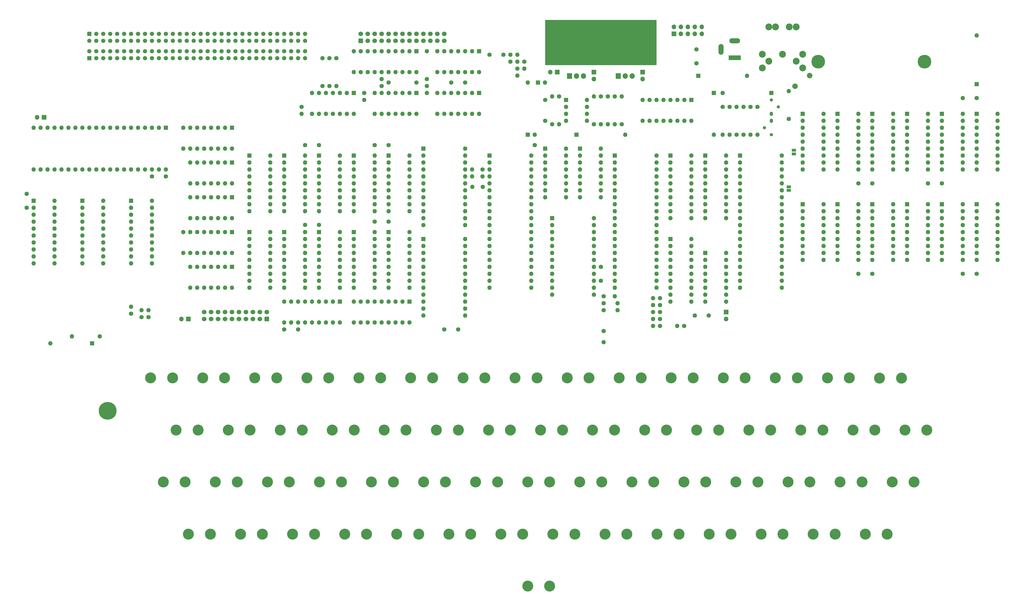
<source format=gbr>
%TF.GenerationSoftware,KiCad,Pcbnew,8.0.4*%
%TF.CreationDate,2024-11-18T10:43:42+00:00*%
%TF.ProjectId,AtomV5Board,41746f6d-5635-4426-9f61-72642e6b6963,rev?*%
%TF.SameCoordinates,Original*%
%TF.FileFunction,Soldermask,Top*%
%TF.FilePolarity,Negative*%
%FSLAX46Y46*%
G04 Gerber Fmt 4.6, Leading zero omitted, Abs format (unit mm)*
G04 Created by KiCad (PCBNEW 8.0.4) date 2024-11-18 10:43:42*
%MOMM*%
%LPD*%
G01*
G04 APERTURE LIST*
G04 Aperture macros list*
%AMRoundRect*
0 Rectangle with rounded corners*
0 $1 Rounding radius*
0 $2 $3 $4 $5 $6 $7 $8 $9 X,Y pos of 4 corners*
0 Add a 4 corners polygon primitive as box body*
4,1,4,$2,$3,$4,$5,$6,$7,$8,$9,$2,$3,0*
0 Add four circle primitives for the rounded corners*
1,1,$1+$1,$2,$3*
1,1,$1+$1,$4,$5*
1,1,$1+$1,$6,$7*
1,1,$1+$1,$8,$9*
0 Add four rect primitives between the rounded corners*
20,1,$1+$1,$2,$3,$4,$5,0*
20,1,$1+$1,$4,$5,$6,$7,0*
20,1,$1+$1,$6,$7,$8,$9,0*
20,1,$1+$1,$8,$9,$2,$3,0*%
G04 Aperture macros list end*
%ADD10R,1.600000X1.600000*%
%ADD11O,1.600000X1.600000*%
%ADD12C,1.600000*%
%ADD13O,3.500000X3.500000*%
%ADD14R,1.905000X2.000000*%
%ADD15O,1.905000X2.000000*%
%ADD16R,1.700000X1.700000*%
%ADD17O,1.700000X1.700000*%
%ADD18RoundRect,0.249999X-0.525001X-0.525001X0.525001X-0.525001X0.525001X0.525001X-0.525001X0.525001X0*%
%ADD19C,1.550000*%
%ADD20R,1.500000X1.000000*%
%ADD21O,1.200000X1.600000*%
%ADD22O,1.200000X1.200000*%
%ADD23C,6.500000*%
%ADD24R,4.400000X1.800000*%
%ADD25O,1.800000X4.000000*%
%ADD26O,4.000000X1.800000*%
%ADD27C,2.000000*%
%ADD28C,5.000000*%
%ADD29RoundRect,0.249999X0.525001X-0.525001X0.525001X0.525001X-0.525001X0.525001X-0.525001X-0.525001X0*%
%ADD30RoundRect,0.250000X0.600000X-0.600000X0.600000X0.600000X-0.600000X0.600000X-0.600000X-0.600000X0*%
%ADD31C,1.700000*%
%ADD32C,2.500000*%
%ADD33C,4.000000*%
G04 APERTURE END LIST*
D10*
%TO.C,IC5*%
X107950000Y-114300000D03*
D11*
X105410000Y-114300000D03*
X102870000Y-114300000D03*
X100330000Y-114300000D03*
X97790000Y-114300000D03*
X95250000Y-114300000D03*
X92710000Y-114300000D03*
X92710000Y-121920000D03*
X95250000Y-121920000D03*
X97790000Y-121920000D03*
X100330000Y-121920000D03*
X102870000Y-121920000D03*
X105410000Y-121920000D03*
X107950000Y-121920000D03*
%TD*%
D10*
%TO.C,C3*%
X379730000Y-47625000D03*
D11*
X379730000Y-29845000D03*
%TD*%
D10*
%TO.C,IC42*%
X379730000Y-58420000D03*
D11*
X379730000Y-60960000D03*
X379730000Y-63500000D03*
X379730000Y-66040000D03*
X379730000Y-68580000D03*
X379730000Y-71120000D03*
X379730000Y-73660000D03*
X379730000Y-76200000D03*
X379730000Y-78740000D03*
X387350000Y-78740000D03*
X387350000Y-76200000D03*
X387350000Y-73660000D03*
X387350000Y-71120000D03*
X387350000Y-68580000D03*
X387350000Y-66040000D03*
X387350000Y-63500000D03*
X387350000Y-60960000D03*
X387350000Y-58420000D03*
%TD*%
D12*
%TO.C,R31*%
X247650000Y-52070000D03*
D11*
X247650000Y-62230000D03*
%TD*%
D10*
%TO.C,IC47*%
X275590000Y-53340000D03*
D11*
X273050000Y-53340000D03*
X270510000Y-53340000D03*
X267970000Y-53340000D03*
X265430000Y-53340000D03*
X262890000Y-53340000D03*
X260350000Y-53340000D03*
X257810000Y-53340000D03*
X257810000Y-60960000D03*
X260350000Y-60960000D03*
X262890000Y-60960000D03*
X265430000Y-60960000D03*
X267970000Y-60960000D03*
X270510000Y-60960000D03*
X273050000Y-60960000D03*
X275590000Y-60960000D03*
%TD*%
D12*
%TO.C,C22*%
X190500000Y-137160000D03*
X185420000Y-137160000D03*
%TD*%
%TO.C,R8*%
X287020000Y-55880000D03*
D11*
X287020000Y-66040000D03*
%TD*%
D12*
%TO.C,R40*%
X71120000Y-131428000D03*
D11*
X71120000Y-128888000D03*
%TD*%
D10*
%TO.C,IC10*%
X114310000Y-73660000D03*
D11*
X114310000Y-76200000D03*
X114310000Y-78740000D03*
X114310000Y-81280000D03*
X114310000Y-83820000D03*
X114310000Y-86360000D03*
X114310000Y-88900000D03*
X114310000Y-91440000D03*
X114310000Y-93980000D03*
X121930000Y-93980000D03*
X121930000Y-91440000D03*
X121930000Y-88900000D03*
X121930000Y-86360000D03*
X121930000Y-83820000D03*
X121930000Y-81280000D03*
X121930000Y-78740000D03*
X121930000Y-76200000D03*
X121930000Y-73660000D03*
%TD*%
D10*
%TO.C,IC37*%
X341630000Y-91440000D03*
D11*
X341630000Y-93980000D03*
X341630000Y-96520000D03*
X341630000Y-99060000D03*
X341630000Y-101600000D03*
X341630000Y-104140000D03*
X341630000Y-106680000D03*
X341630000Y-109220000D03*
X341630000Y-111760000D03*
X349250000Y-111760000D03*
X349250000Y-109220000D03*
X349250000Y-106680000D03*
X349250000Y-104140000D03*
X349250000Y-101600000D03*
X349250000Y-99060000D03*
X349250000Y-96520000D03*
X349250000Y-93980000D03*
X349250000Y-91440000D03*
%TD*%
D10*
%TO.C,IC9*%
X152400000Y-50800000D03*
D11*
X149860000Y-50800000D03*
X147320000Y-50800000D03*
X144780000Y-50800000D03*
X142240000Y-50800000D03*
X139700000Y-50800000D03*
X137160000Y-50800000D03*
X137160000Y-58420000D03*
X139700000Y-58420000D03*
X142240000Y-58420000D03*
X144780000Y-58420000D03*
X147320000Y-58420000D03*
X149860000Y-58420000D03*
X152400000Y-58420000D03*
%TD*%
D12*
%TO.C,R36*%
X224790000Y-62230000D03*
D11*
X224790000Y-52070000D03*
%TD*%
D12*
%TO.C,R3*%
X273033000Y-135890000D03*
D11*
X270493000Y-135890000D03*
%TD*%
D12*
%TO.C,C16*%
X132080000Y-137160000D03*
X127000000Y-137160000D03*
%TD*%
%TO.C,C26*%
X341630000Y-116840000D03*
X336550000Y-116840000D03*
%TD*%
%TO.C,R12*%
X299720000Y-55880000D03*
D11*
X299720000Y-66040000D03*
%TD*%
D12*
%TO.C,R9*%
X292100000Y-66040000D03*
D11*
X292100000Y-55880000D03*
%TD*%
D12*
%TO.C,C23*%
X242570000Y-114300000D03*
X242570000Y-119380000D03*
%TD*%
%TO.C,R17*%
X243650000Y-130175000D03*
D11*
X248730000Y-130175000D03*
%TD*%
D10*
%TO.C,IC22*%
X201930000Y-73660000D03*
D11*
X201930000Y-76200000D03*
X201930000Y-78740000D03*
X201930000Y-81280000D03*
X201930000Y-83820000D03*
X201930000Y-86360000D03*
X201930000Y-88900000D03*
X201930000Y-91440000D03*
X201930000Y-93980000D03*
X201930000Y-96520000D03*
X201930000Y-99060000D03*
X201930000Y-101600000D03*
X201930000Y-104140000D03*
X201930000Y-106680000D03*
X201930000Y-109220000D03*
X201930000Y-111760000D03*
X201930000Y-114300000D03*
X201930000Y-116840000D03*
X201930000Y-119380000D03*
X201930000Y-121920000D03*
X217170000Y-121920000D03*
X217170000Y-119380000D03*
X217170000Y-116840000D03*
X217170000Y-114300000D03*
X217170000Y-111760000D03*
X217170000Y-109220000D03*
X217170000Y-106680000D03*
X217170000Y-104140000D03*
X217170000Y-101600000D03*
X217170000Y-99060000D03*
X217170000Y-96520000D03*
X217170000Y-93980000D03*
X217170000Y-91440000D03*
X217170000Y-88900000D03*
X217170000Y-86360000D03*
X217170000Y-83820000D03*
X217170000Y-81280000D03*
X217170000Y-78740000D03*
X217170000Y-76200000D03*
X217170000Y-73660000D03*
%TD*%
D12*
%TO.C,L1*%
X379730000Y-52705000D03*
D11*
X374650000Y-52705000D03*
%TD*%
D12*
%TO.C,R4*%
X146050000Y-38100000D03*
D11*
X146050000Y-48260000D03*
%TD*%
D10*
%TO.C,IC18*%
X165100000Y-73660000D03*
D11*
X165100000Y-76200000D03*
X165100000Y-78740000D03*
X165100000Y-81280000D03*
X165100000Y-83820000D03*
X165100000Y-86360000D03*
X165100000Y-88900000D03*
X165100000Y-91440000D03*
X165100000Y-93980000D03*
X172720000Y-93980000D03*
X172720000Y-91440000D03*
X172720000Y-88900000D03*
X172720000Y-86360000D03*
X172720000Y-83820000D03*
X172720000Y-81280000D03*
X172720000Y-78740000D03*
X172720000Y-76200000D03*
X172720000Y-73660000D03*
%TD*%
D10*
%TO.C,IC20*%
X177800000Y-71120000D03*
D11*
X177800000Y-73660000D03*
X177800000Y-76200000D03*
X177800000Y-78740000D03*
X177800000Y-81280000D03*
X177800000Y-83820000D03*
X177800000Y-86360000D03*
X177800000Y-88900000D03*
X177800000Y-91440000D03*
X177800000Y-93980000D03*
X177800000Y-96520000D03*
X177800000Y-99060000D03*
X193040000Y-99060000D03*
X193040000Y-96520000D03*
X193040000Y-93980000D03*
X193040000Y-91440000D03*
X193040000Y-88900000D03*
X193040000Y-86360000D03*
X193040000Y-83820000D03*
X193040000Y-81280000D03*
X193040000Y-78740000D03*
X193040000Y-76200000D03*
X193040000Y-73660000D03*
X193040000Y-71120000D03*
%TD*%
D10*
%TO.C,IC31*%
X293370000Y-73660000D03*
D11*
X293370000Y-76200000D03*
X293370000Y-78740000D03*
X293370000Y-81280000D03*
X293370000Y-83820000D03*
X293370000Y-86360000D03*
X293370000Y-88900000D03*
X293370000Y-91440000D03*
X293370000Y-93980000D03*
X293370000Y-96520000D03*
X293370000Y-99060000D03*
X293370000Y-101600000D03*
X293370000Y-104140000D03*
X293370000Y-106680000D03*
X293370000Y-109220000D03*
X293370000Y-111760000D03*
X293370000Y-114300000D03*
X293370000Y-116840000D03*
X293370000Y-119380000D03*
X293370000Y-121920000D03*
X308610000Y-121920000D03*
X308610000Y-119380000D03*
X308610000Y-116840000D03*
X308610000Y-114300000D03*
X308610000Y-111760000D03*
X308610000Y-109220000D03*
X308610000Y-106680000D03*
X308610000Y-104140000D03*
X308610000Y-101600000D03*
X308610000Y-99060000D03*
X308610000Y-96520000D03*
X308610000Y-93980000D03*
X308610000Y-91440000D03*
X308610000Y-88900000D03*
X308610000Y-86360000D03*
X308610000Y-83820000D03*
X308610000Y-81280000D03*
X308610000Y-78740000D03*
X308610000Y-76200000D03*
X308610000Y-73660000D03*
%TD*%
D12*
%TO.C,R26*%
X179070000Y-48260000D03*
D11*
X179070000Y-50800000D03*
%TD*%
D12*
%TO.C,R20*%
X264160000Y-125730000D03*
D11*
X261620000Y-125730000D03*
%TD*%
D10*
%TO.C,IC30*%
X280670000Y-109220000D03*
D11*
X280670000Y-111760000D03*
X280670000Y-114300000D03*
X280670000Y-116840000D03*
X280670000Y-119380000D03*
X280670000Y-121920000D03*
X280670000Y-124460000D03*
X280670000Y-127000000D03*
X288290000Y-127000000D03*
X288290000Y-124460000D03*
X288290000Y-121920000D03*
X288290000Y-119380000D03*
X288290000Y-116840000D03*
X288290000Y-114300000D03*
X288290000Y-111760000D03*
X288290000Y-109220000D03*
%TD*%
D13*
%TO.C,IC53*%
X233680000Y-27940000D03*
D14*
X231140000Y-44600000D03*
D15*
X233680000Y-44600000D03*
X236220000Y-44600000D03*
%TD*%
D16*
%TO.C,LS1*%
X226695000Y-43180000D03*
D17*
X224155000Y-43180000D03*
%TD*%
D10*
%TO.C,IC25*%
X247650000Y-73660000D03*
D11*
X247650000Y-76200000D03*
X247650000Y-78740000D03*
X247650000Y-81280000D03*
X247650000Y-83820000D03*
X247650000Y-86360000D03*
X247650000Y-88900000D03*
X247650000Y-91440000D03*
X247650000Y-93980000D03*
X247650000Y-96520000D03*
X247650000Y-99060000D03*
X247650000Y-101600000D03*
X247650000Y-104140000D03*
X247650000Y-106680000D03*
X247650000Y-109220000D03*
X247650000Y-111760000D03*
X247650000Y-114300000D03*
X247650000Y-116840000D03*
X247650000Y-119380000D03*
X247650000Y-121920000D03*
X262890000Y-121920000D03*
X262890000Y-119380000D03*
X262890000Y-116840000D03*
X262890000Y-114300000D03*
X262890000Y-111760000D03*
X262890000Y-109220000D03*
X262890000Y-106680000D03*
X262890000Y-104140000D03*
X262890000Y-101600000D03*
X262890000Y-99060000D03*
X262890000Y-96520000D03*
X262890000Y-93980000D03*
X262890000Y-91440000D03*
X262890000Y-88900000D03*
X262890000Y-86360000D03*
X262890000Y-83820000D03*
X262890000Y-81280000D03*
X262890000Y-78740000D03*
X262890000Y-76200000D03*
X262890000Y-73660000D03*
%TD*%
D12*
%TO.C,C15*%
X78740000Y-81280000D03*
X83820000Y-81280000D03*
%TD*%
%TO.C,R29*%
X209550000Y-39370000D03*
D11*
X212090000Y-39370000D03*
%TD*%
D12*
%TO.C,R34*%
X240030000Y-62230000D03*
D11*
X240030000Y-52070000D03*
%TD*%
D18*
%TO.C,PL6*%
X55880000Y-29210000D03*
D19*
X58420000Y-29210000D03*
X60960000Y-29210000D03*
X63500000Y-29210000D03*
X66040000Y-29210000D03*
X68580000Y-29210000D03*
X71120000Y-29210000D03*
X73660000Y-29210000D03*
X76200000Y-29210000D03*
X78740000Y-29210000D03*
X81280000Y-29210000D03*
X83820000Y-29210000D03*
X86360000Y-29210000D03*
X88900000Y-29210000D03*
X91440000Y-29210000D03*
X93980000Y-29210000D03*
X96520000Y-29210000D03*
X99060000Y-29210000D03*
X101600000Y-29210000D03*
X104140000Y-29210000D03*
X106680000Y-29210000D03*
X109220000Y-29210000D03*
X111760000Y-29210000D03*
X114300000Y-29210000D03*
X116840000Y-29210000D03*
X119380000Y-29210000D03*
X121920000Y-29210000D03*
X124460000Y-29210000D03*
X127000000Y-29210000D03*
X129540000Y-29210000D03*
X132080000Y-29210000D03*
X134620000Y-29210000D03*
X55880000Y-31750000D03*
X58420000Y-31750000D03*
X60960000Y-31750000D03*
X63500000Y-31750000D03*
X66040000Y-31750000D03*
X68580000Y-31750000D03*
X71120000Y-31750000D03*
X73660000Y-31750000D03*
X76200000Y-31750000D03*
X78740000Y-31750000D03*
X81280000Y-31750000D03*
X83820000Y-31750000D03*
X86360000Y-31750000D03*
X88900000Y-31750000D03*
X91440000Y-31750000D03*
X93980000Y-31750000D03*
X96520000Y-31750000D03*
X99060000Y-31750000D03*
X101600000Y-31750000D03*
X104140000Y-31750000D03*
X106680000Y-31750000D03*
X109220000Y-31750000D03*
X111760000Y-31750000D03*
X114300000Y-31750000D03*
X116840000Y-31750000D03*
X119380000Y-31750000D03*
X121920000Y-31750000D03*
X124460000Y-31750000D03*
X127000000Y-31750000D03*
X129540000Y-31750000D03*
X132080000Y-31750000D03*
X134620000Y-31750000D03*
%TD*%
D10*
%TO.C,IC27*%
X267970000Y-104140000D03*
D11*
X267970000Y-106680000D03*
X267970000Y-109220000D03*
X267970000Y-111760000D03*
X267970000Y-114300000D03*
X267970000Y-116840000D03*
X267970000Y-119380000D03*
X267970000Y-121920000D03*
X267970000Y-124460000D03*
X267970000Y-127000000D03*
X275590000Y-127000000D03*
X275590000Y-124460000D03*
X275590000Y-121920000D03*
X275590000Y-119380000D03*
X275590000Y-116840000D03*
X275590000Y-114300000D03*
X275590000Y-111760000D03*
X275590000Y-109220000D03*
X275590000Y-106680000D03*
X275590000Y-104140000D03*
%TD*%
D12*
%TO.C,C14*%
X33020000Y-87630000D03*
X33020000Y-92710000D03*
%TD*%
D10*
%TO.C,IC24*%
X224790000Y-96520000D03*
D11*
X224790000Y-99060000D03*
X224790000Y-101600000D03*
X224790000Y-104140000D03*
X224790000Y-106680000D03*
X224790000Y-109220000D03*
X224790000Y-111760000D03*
X224790000Y-114300000D03*
X224790000Y-116840000D03*
X224790000Y-119380000D03*
X224790000Y-121920000D03*
X224790000Y-124460000D03*
X240030000Y-124460000D03*
X240030000Y-121920000D03*
X240030000Y-119380000D03*
X240030000Y-116840000D03*
X240030000Y-114300000D03*
X240030000Y-111760000D03*
X240030000Y-109220000D03*
X240030000Y-106680000D03*
X240030000Y-104140000D03*
X240030000Y-101600000D03*
X240030000Y-99060000D03*
X240030000Y-96520000D03*
%TD*%
D12*
%TO.C,C18*%
X139700000Y-98960000D03*
X134620000Y-98960000D03*
%TD*%
D10*
%TO.C,IC4*%
X71120000Y-90170000D03*
D11*
X71120000Y-92710000D03*
X71120000Y-95250000D03*
X71120000Y-97790000D03*
X71120000Y-100330000D03*
X71120000Y-102870000D03*
X71120000Y-105410000D03*
X71120000Y-107950000D03*
X71120000Y-110490000D03*
X71120000Y-113030000D03*
X78740000Y-113030000D03*
X78740000Y-110490000D03*
X78740000Y-107950000D03*
X78740000Y-105410000D03*
X78740000Y-102870000D03*
X78740000Y-100330000D03*
X78740000Y-97790000D03*
X78740000Y-95250000D03*
X78740000Y-92710000D03*
X78740000Y-90170000D03*
%TD*%
D10*
%TO.C,C12*%
X278130000Y-44559500D03*
D11*
X295910000Y-44559500D03*
%TD*%
D12*
%TO.C,R39*%
X74930000Y-132698000D03*
D11*
X74930000Y-130158000D03*
%TD*%
D12*
%TO.C,R13*%
X199500000Y-85090000D03*
D11*
X195690000Y-85090000D03*
%TD*%
D16*
%TO.C,LK3*%
X92075000Y-133350000D03*
D17*
X89535000Y-133350000D03*
%TD*%
D12*
%TO.C,R32*%
X250190000Y-62230000D03*
D11*
X250190000Y-52070000D03*
%TD*%
D10*
%TO.C,IC46*%
X229870000Y-53340000D03*
D11*
X229870000Y-55880000D03*
X229870000Y-58420000D03*
X229870000Y-60960000D03*
X237490000Y-60960000D03*
X237490000Y-58420000D03*
X237490000Y-55880000D03*
X237490000Y-53340000D03*
%TD*%
D12*
%TO.C,C7*%
X222250000Y-60960000D03*
X222250000Y-53340000D03*
%TD*%
D10*
%TO.C,IC35*%
X328930000Y-91440000D03*
D11*
X328930000Y-93980000D03*
X328930000Y-96520000D03*
X328930000Y-99060000D03*
X328930000Y-101600000D03*
X328930000Y-104140000D03*
X328930000Y-106680000D03*
X328930000Y-109220000D03*
X328930000Y-111760000D03*
X336550000Y-111760000D03*
X336550000Y-109220000D03*
X336550000Y-106680000D03*
X336550000Y-104140000D03*
X336550000Y-101600000D03*
X336550000Y-99060000D03*
X336550000Y-96520000D03*
X336550000Y-93980000D03*
X336550000Y-91440000D03*
%TD*%
D20*
%TO.C,LK5*%
X313055000Y-73055000D03*
X313055000Y-71755000D03*
%TD*%
D12*
%TO.C,R33*%
X245110000Y-52070000D03*
D11*
X245110000Y-62230000D03*
%TD*%
D12*
%TO.C,R6*%
X311150000Y-60325000D03*
D11*
X311150000Y-50165000D03*
%TD*%
D10*
%TO.C,C11*%
X56950000Y-142240000D03*
D11*
X41710000Y-142240000D03*
%TD*%
D10*
%TO.C,IC41*%
X367030000Y-91440000D03*
D11*
X367030000Y-93980000D03*
X367030000Y-96520000D03*
X367030000Y-99060000D03*
X367030000Y-101600000D03*
X367030000Y-104140000D03*
X367030000Y-106680000D03*
X367030000Y-109220000D03*
X367030000Y-111760000D03*
X374650000Y-111760000D03*
X374650000Y-109220000D03*
X374650000Y-106680000D03*
X374650000Y-104140000D03*
X374650000Y-101600000D03*
X374650000Y-99060000D03*
X374650000Y-96520000D03*
X374650000Y-93980000D03*
X374650000Y-91440000D03*
%TD*%
D12*
%TO.C,C1*%
X140970000Y-48260000D03*
X140970000Y-38100000D03*
%TD*%
D10*
%TO.C,IC8*%
X107950000Y-76200000D03*
D11*
X105410000Y-76200000D03*
X102870000Y-76200000D03*
X100330000Y-76200000D03*
X97790000Y-76200000D03*
X95250000Y-76200000D03*
X92710000Y-76200000D03*
X92710000Y-83820000D03*
X95250000Y-83820000D03*
X97790000Y-83820000D03*
X100330000Y-83820000D03*
X102870000Y-83820000D03*
X105410000Y-83820000D03*
X107950000Y-83820000D03*
%TD*%
D10*
%TO.C,IC15*%
X139700000Y-101600000D03*
D11*
X139700000Y-104140000D03*
X139700000Y-106680000D03*
X139700000Y-109220000D03*
X139700000Y-111760000D03*
X139700000Y-114300000D03*
X139700000Y-116840000D03*
X139700000Y-119380000D03*
X139700000Y-121920000D03*
X147320000Y-121920000D03*
X147320000Y-119380000D03*
X147320000Y-116840000D03*
X147320000Y-114300000D03*
X147320000Y-111760000D03*
X147320000Y-109220000D03*
X147320000Y-106680000D03*
X147320000Y-104140000D03*
X147320000Y-101600000D03*
%TD*%
D12*
%TO.C,R15*%
X199390000Y-78740000D03*
D11*
X195580000Y-78740000D03*
%TD*%
D12*
%TO.C,C19*%
X160020000Y-69850000D03*
X165100000Y-69850000D03*
%TD*%
%TO.C,C20*%
X165100000Y-97790000D03*
X160020000Y-97790000D03*
%TD*%
D10*
%TO.C,IC32*%
X316230000Y-58420000D03*
D11*
X316230000Y-60960000D03*
X316230000Y-63500000D03*
X316230000Y-66040000D03*
X316230000Y-68580000D03*
X316230000Y-71120000D03*
X316230000Y-73660000D03*
X316230000Y-76200000D03*
X316230000Y-78740000D03*
X323850000Y-78740000D03*
X323850000Y-76200000D03*
X323850000Y-73660000D03*
X323850000Y-71120000D03*
X323850000Y-68580000D03*
X323850000Y-66040000D03*
X323850000Y-63500000D03*
X323850000Y-60960000D03*
X323850000Y-58420000D03*
%TD*%
D10*
%TO.C,IC23*%
X222250000Y-71120000D03*
D11*
X222250000Y-73660000D03*
X222250000Y-76200000D03*
X222250000Y-78740000D03*
X222250000Y-81280000D03*
X222250000Y-83820000D03*
X222250000Y-86360000D03*
X222250000Y-88900000D03*
X229870000Y-88900000D03*
X229870000Y-86360000D03*
X229870000Y-83820000D03*
X229870000Y-81280000D03*
X229870000Y-78740000D03*
X229870000Y-76200000D03*
X229870000Y-73660000D03*
X229870000Y-71120000D03*
%TD*%
D10*
%TO.C,IC6*%
X107950000Y-101610000D03*
D11*
X105410000Y-101610000D03*
X102870000Y-101610000D03*
X100330000Y-101610000D03*
X97790000Y-101610000D03*
X95250000Y-101610000D03*
X92710000Y-101610000D03*
X90170000Y-101610000D03*
X90170000Y-109230000D03*
X92710000Y-109230000D03*
X95250000Y-109230000D03*
X97790000Y-109230000D03*
X100330000Y-109230000D03*
X102870000Y-109230000D03*
X105410000Y-109230000D03*
X107950000Y-109230000D03*
%TD*%
D10*
%TO.C,IC21*%
X177800000Y-104140000D03*
D11*
X177800000Y-106680000D03*
X177800000Y-109220000D03*
X177800000Y-111760000D03*
X177800000Y-114300000D03*
X177800000Y-116840000D03*
X177800000Y-119380000D03*
X177800000Y-121920000D03*
X177800000Y-124460000D03*
X177800000Y-127000000D03*
X177800000Y-129540000D03*
X177800000Y-132080000D03*
X193040000Y-132080000D03*
X193040000Y-129540000D03*
X193040000Y-127000000D03*
X193040000Y-124460000D03*
X193040000Y-121920000D03*
X193040000Y-119380000D03*
X193040000Y-116840000D03*
X193040000Y-114300000D03*
X193040000Y-111760000D03*
X193040000Y-109220000D03*
X193040000Y-106680000D03*
X193040000Y-104140000D03*
%TD*%
D12*
%TO.C,R2*%
X212090000Y-41910000D03*
D11*
X212090000Y-44450000D03*
%TD*%
D10*
%TO.C,IC13*%
X152400000Y-101600000D03*
D11*
X152400000Y-104140000D03*
X152400000Y-106680000D03*
X152400000Y-109220000D03*
X152400000Y-111760000D03*
X152400000Y-114300000D03*
X152400000Y-116840000D03*
X152400000Y-119380000D03*
X152400000Y-121920000D03*
X160020000Y-121920000D03*
X160020000Y-119380000D03*
X160020000Y-116840000D03*
X160020000Y-114300000D03*
X160020000Y-111760000D03*
X160020000Y-109220000D03*
X160020000Y-106680000D03*
X160020000Y-104140000D03*
X160020000Y-101600000D03*
%TD*%
D10*
%TO.C,IC34*%
X328930000Y-58420000D03*
D11*
X328930000Y-60960000D03*
X328930000Y-63500000D03*
X328930000Y-66040000D03*
X328930000Y-68580000D03*
X328930000Y-71120000D03*
X328930000Y-73660000D03*
X328930000Y-76200000D03*
X328930000Y-78740000D03*
X336550000Y-78740000D03*
X336550000Y-76200000D03*
X336550000Y-73660000D03*
X336550000Y-71120000D03*
X336550000Y-68580000D03*
X336550000Y-66040000D03*
X336550000Y-63500000D03*
X336550000Y-60960000D03*
X336550000Y-58420000D03*
%TD*%
D10*
%TO.C,IC19*%
X165100000Y-101600000D03*
D11*
X165100000Y-104140000D03*
X165100000Y-106680000D03*
X165100000Y-109220000D03*
X165100000Y-111760000D03*
X165100000Y-114300000D03*
X165100000Y-116840000D03*
X165100000Y-119380000D03*
X165100000Y-121920000D03*
X172720000Y-121920000D03*
X172720000Y-119380000D03*
X172720000Y-116840000D03*
X172720000Y-114300000D03*
X172720000Y-111760000D03*
X172720000Y-109220000D03*
X172720000Y-106680000D03*
X172720000Y-104140000D03*
X172720000Y-101600000D03*
%TD*%
D21*
%TO.C,Q2*%
X304800000Y-60960000D03*
D22*
X302260000Y-63500000D03*
X304800000Y-66040000D03*
%TD*%
D12*
%TO.C,R10*%
X289560000Y-55880000D03*
D11*
X289560000Y-66040000D03*
%TD*%
D12*
%TO.C,R1*%
X214630000Y-39370000D03*
D11*
X214630000Y-41910000D03*
%TD*%
D12*
%TO.C,R25*%
X243650000Y-137795000D03*
D11*
X243650000Y-141795000D03*
%TD*%
D10*
%TO.C,IC11*%
X114300000Y-101600000D03*
D11*
X114300000Y-104140000D03*
X114300000Y-106680000D03*
X114300000Y-109220000D03*
X114300000Y-111760000D03*
X114300000Y-114300000D03*
X114300000Y-116840000D03*
X114300000Y-119380000D03*
X114300000Y-121920000D03*
X121920000Y-121920000D03*
X121920000Y-119380000D03*
X121920000Y-116840000D03*
X121920000Y-114300000D03*
X121920000Y-111760000D03*
X121920000Y-109220000D03*
X121920000Y-106680000D03*
X121920000Y-104140000D03*
X121920000Y-101600000D03*
%TD*%
D12*
%TO.C,R18*%
X243650000Y-127635000D03*
D11*
X248730000Y-127635000D03*
%TD*%
D10*
%TO.C,IC36*%
X341630000Y-58420000D03*
D11*
X341630000Y-60960000D03*
X341630000Y-63500000D03*
X341630000Y-66040000D03*
X341630000Y-68580000D03*
X341630000Y-71120000D03*
X341630000Y-73660000D03*
X341630000Y-76200000D03*
X341630000Y-78740000D03*
X349250000Y-78740000D03*
X349250000Y-76200000D03*
X349250000Y-73660000D03*
X349250000Y-71120000D03*
X349250000Y-68580000D03*
X349250000Y-66040000D03*
X349250000Y-63500000D03*
X349250000Y-60960000D03*
X349250000Y-58420000D03*
%TD*%
D10*
%TO.C,IC43*%
X379730000Y-91440000D03*
D11*
X379730000Y-93980000D03*
X379730000Y-96520000D03*
X379730000Y-99060000D03*
X379730000Y-101600000D03*
X379730000Y-104140000D03*
X379730000Y-106680000D03*
X379730000Y-109220000D03*
X379730000Y-111760000D03*
X387350000Y-111760000D03*
X387350000Y-109220000D03*
X387350000Y-106680000D03*
X387350000Y-104140000D03*
X387350000Y-101600000D03*
X387350000Y-99060000D03*
X387350000Y-96520000D03*
X387350000Y-93980000D03*
X387350000Y-91440000D03*
%TD*%
D10*
%TO.C,IC48*%
X198120000Y-35560000D03*
D11*
X195580000Y-35560000D03*
X193040000Y-35560000D03*
X190500000Y-35560000D03*
X187960000Y-35560000D03*
X185420000Y-35560000D03*
X182880000Y-35560000D03*
X182880000Y-43180000D03*
X185420000Y-43180000D03*
X187960000Y-43180000D03*
X190500000Y-43180000D03*
X193040000Y-43180000D03*
X195580000Y-43180000D03*
X198120000Y-43180000D03*
%TD*%
D12*
%TO.C,R16*%
X218440000Y-69850000D03*
D11*
X218440000Y-66040000D03*
%TD*%
D10*
%TO.C,IC14*%
X139700000Y-73660000D03*
D11*
X139700000Y-76200000D03*
X139700000Y-78740000D03*
X139700000Y-81280000D03*
X139700000Y-83820000D03*
X139700000Y-86360000D03*
X139700000Y-88900000D03*
X139700000Y-91440000D03*
X139700000Y-93980000D03*
X147320000Y-93980000D03*
X147320000Y-91440000D03*
X147320000Y-88900000D03*
X147320000Y-86360000D03*
X147320000Y-83820000D03*
X147320000Y-81280000D03*
X147320000Y-78740000D03*
X147320000Y-76200000D03*
X147320000Y-73660000D03*
%TD*%
D10*
%TO.C,IC45*%
X175260000Y-50810000D03*
D11*
X172720000Y-50810000D03*
X170180000Y-50810000D03*
X167640000Y-50810000D03*
X165100000Y-50810000D03*
X162560000Y-50810000D03*
X160020000Y-50810000D03*
X160020000Y-58430000D03*
X162560000Y-58430000D03*
X165100000Y-58430000D03*
X167640000Y-58430000D03*
X170180000Y-58430000D03*
X172720000Y-58430000D03*
X175260000Y-58430000D03*
%TD*%
D10*
%TO.C,C2*%
X304800000Y-50800000D03*
D11*
X287020000Y-50800000D03*
%TD*%
D23*
%TO.C,KC1*%
X62590000Y-166920000D03*
%TD*%
D16*
%TO.C,LK6*%
X240030000Y-43175000D03*
D17*
X240030000Y-45715000D03*
%TD*%
D10*
%TO.C,IC50*%
X175260000Y-35560000D03*
D11*
X172720000Y-35560000D03*
X170180000Y-35560000D03*
X167640000Y-35560000D03*
X165100000Y-35560000D03*
X162560000Y-35560000D03*
X160020000Y-35560000D03*
X157480000Y-35560000D03*
X154940000Y-35560000D03*
X152400000Y-35560000D03*
X152400000Y-43180000D03*
X154940000Y-43180000D03*
X157480000Y-43180000D03*
X160020000Y-43180000D03*
X162560000Y-43180000D03*
X165100000Y-43180000D03*
X167640000Y-43180000D03*
X170180000Y-43180000D03*
X172720000Y-43180000D03*
X175260000Y-43180000D03*
%TD*%
D12*
%TO.C,C25*%
X341630000Y-83820000D03*
X336550000Y-83820000D03*
%TD*%
%TO.C,R24*%
X264160000Y-135890000D03*
D11*
X261620000Y-135890000D03*
%TD*%
D10*
%TO.C,C4*%
X283845000Y-50800000D03*
D11*
X283845000Y-66040000D03*
%TD*%
D10*
%TO.C,IC17*%
X127000000Y-101600000D03*
D11*
X127000000Y-104140000D03*
X127000000Y-106680000D03*
X127000000Y-109220000D03*
X127000000Y-111760000D03*
X127000000Y-114300000D03*
X127000000Y-116840000D03*
X127000000Y-119380000D03*
X127000000Y-121920000D03*
X134620000Y-121920000D03*
X134620000Y-119380000D03*
X134620000Y-116840000D03*
X134620000Y-114300000D03*
X134620000Y-111760000D03*
X134620000Y-109220000D03*
X134620000Y-106680000D03*
X134620000Y-104140000D03*
X134620000Y-101600000D03*
%TD*%
D12*
%TO.C,R5*%
X133350000Y-55897000D03*
D11*
X133350000Y-58437000D03*
%TD*%
D12*
%TO.C,R27*%
X162560000Y-48260000D03*
D11*
X162560000Y-45720000D03*
%TD*%
D10*
%TO.C,IC12*%
X152400000Y-73660000D03*
D11*
X152400000Y-76200000D03*
X152400000Y-78740000D03*
X152400000Y-81280000D03*
X152400000Y-83820000D03*
X152400000Y-86360000D03*
X152400000Y-88900000D03*
X152400000Y-91440000D03*
X152400000Y-93980000D03*
X160020000Y-93980000D03*
X160020000Y-91440000D03*
X160020000Y-88900000D03*
X160020000Y-86360000D03*
X160020000Y-83820000D03*
X160020000Y-81280000D03*
X160020000Y-78740000D03*
X160020000Y-76200000D03*
X160020000Y-73660000D03*
%TD*%
D10*
%TO.C,IC38*%
X354330000Y-58420000D03*
D11*
X354330000Y-60960000D03*
X354330000Y-63500000D03*
X354330000Y-66040000D03*
X354330000Y-68580000D03*
X354330000Y-71120000D03*
X354330000Y-73660000D03*
X354330000Y-76200000D03*
X354330000Y-78740000D03*
X361950000Y-78740000D03*
X361950000Y-76200000D03*
X361950000Y-73660000D03*
X361950000Y-71120000D03*
X361950000Y-68580000D03*
X361950000Y-66040000D03*
X361950000Y-63500000D03*
X361950000Y-60960000D03*
X361950000Y-58420000D03*
%TD*%
D12*
%TO.C,C17*%
X134620000Y-69850000D03*
X139700000Y-69850000D03*
%TD*%
%TO.C,R14*%
X199390000Y-81280000D03*
D11*
X195580000Y-81280000D03*
%TD*%
D12*
%TO.C,R23*%
X264160000Y-133350000D03*
D11*
X261620000Y-133350000D03*
%TD*%
D10*
%TO.C,IC40*%
X367030000Y-58420000D03*
D11*
X367030000Y-60960000D03*
X367030000Y-63500000D03*
X367030000Y-66040000D03*
X367030000Y-68580000D03*
X367030000Y-71120000D03*
X367030000Y-73660000D03*
X367030000Y-76200000D03*
X367030000Y-78740000D03*
X374650000Y-78740000D03*
X374650000Y-76200000D03*
X374650000Y-73660000D03*
X374650000Y-71120000D03*
X374650000Y-68580000D03*
X374650000Y-66040000D03*
X374650000Y-63500000D03*
X374650000Y-60960000D03*
X374650000Y-58420000D03*
%TD*%
D12*
%TO.C,R7*%
X294640000Y-66040000D03*
D11*
X294640000Y-55880000D03*
%TD*%
D12*
%TO.C,C27*%
X367030000Y-83820000D03*
X361950000Y-83820000D03*
%TD*%
%TO.C,R19*%
X243650000Y-125095000D03*
D11*
X247650000Y-125095000D03*
%TD*%
D12*
%TO.C,C24*%
X276860000Y-132080000D03*
X281940000Y-132080000D03*
%TD*%
D10*
%TO.C,IC26*%
X234950000Y-71120000D03*
D11*
X234950000Y-73660000D03*
X234950000Y-76200000D03*
X234950000Y-78740000D03*
X234950000Y-81280000D03*
X234950000Y-83820000D03*
X234950000Y-86360000D03*
X234950000Y-88900000D03*
X242570000Y-88900000D03*
X242570000Y-86360000D03*
X242570000Y-83820000D03*
X242570000Y-81280000D03*
X242570000Y-78740000D03*
X242570000Y-76200000D03*
X242570000Y-73660000D03*
X242570000Y-71120000D03*
%TD*%
D24*
%TO.C,SK3*%
X291465000Y-37950000D03*
D25*
X286465000Y-34850000D03*
D26*
X291465000Y-31750000D03*
%TD*%
D10*
%TO.C,IC3*%
X53340000Y-90170000D03*
D11*
X53340000Y-92710000D03*
X53340000Y-95250000D03*
X53340000Y-97790000D03*
X53340000Y-100330000D03*
X53340000Y-102870000D03*
X53340000Y-105410000D03*
X53340000Y-107950000D03*
X53340000Y-110490000D03*
X53340000Y-113030000D03*
X60960000Y-113030000D03*
X60960000Y-110490000D03*
X60960000Y-107950000D03*
X60960000Y-105410000D03*
X60960000Y-102870000D03*
X60960000Y-100330000D03*
X60960000Y-97790000D03*
X60960000Y-95250000D03*
X60960000Y-92710000D03*
X60960000Y-90170000D03*
%TD*%
D10*
%TO.C,IC2*%
X35570000Y-90170000D03*
D11*
X35570000Y-92710000D03*
X35570000Y-95250000D03*
X35570000Y-97790000D03*
X35570000Y-100330000D03*
X35570000Y-102870000D03*
X35570000Y-105410000D03*
X35570000Y-107950000D03*
X35570000Y-110490000D03*
X35570000Y-113030000D03*
X43190000Y-113030000D03*
X43190000Y-110490000D03*
X43190000Y-107950000D03*
X43190000Y-105410000D03*
X43190000Y-102870000D03*
X43190000Y-100330000D03*
X43190000Y-97790000D03*
X43190000Y-95250000D03*
X43190000Y-92710000D03*
X43190000Y-90170000D03*
%TD*%
D12*
%TO.C,C9*%
X277495000Y-40005000D03*
X277495000Y-34925000D03*
%TD*%
D10*
%TO.C,C8*%
X233680000Y-66040000D03*
D11*
X251460000Y-66040000D03*
%TD*%
D10*
%TO.C,IC16*%
X127000000Y-73660000D03*
D11*
X127000000Y-76200000D03*
X127000000Y-78740000D03*
X127000000Y-81280000D03*
X127000000Y-83820000D03*
X127000000Y-86360000D03*
X127000000Y-88900000D03*
X127000000Y-91440000D03*
X127000000Y-93980000D03*
X134620000Y-93980000D03*
X134620000Y-91440000D03*
X134620000Y-88900000D03*
X134620000Y-86360000D03*
X134620000Y-83820000D03*
X134620000Y-81280000D03*
X134620000Y-78740000D03*
X134620000Y-76200000D03*
X134620000Y-73660000D03*
%TD*%
D10*
%TO.C,C13*%
X215900000Y-66040000D03*
D11*
X215900000Y-46990000D03*
%TD*%
D16*
%TO.C,LK7*%
X257810000Y-43180000D03*
D17*
X257810000Y-45720000D03*
%TD*%
D10*
%TO.C,IC29*%
X280670000Y-73660000D03*
D11*
X280670000Y-76200000D03*
X280670000Y-78740000D03*
X280670000Y-81280000D03*
X280670000Y-83820000D03*
X280670000Y-86360000D03*
X280670000Y-88900000D03*
X280670000Y-91440000D03*
X280670000Y-93980000D03*
X280670000Y-96520000D03*
X288290000Y-96520000D03*
X288290000Y-93980000D03*
X288290000Y-91440000D03*
X288290000Y-88900000D03*
X288290000Y-86360000D03*
X288290000Y-83820000D03*
X288290000Y-81280000D03*
X288290000Y-78740000D03*
X288290000Y-76200000D03*
X288290000Y-73660000D03*
%TD*%
D21*
%TO.C,Q1*%
X304800000Y-58420000D03*
D22*
X307340000Y-55880000D03*
X304800000Y-53340000D03*
%TD*%
D16*
%TO.C,LK1*%
X288290000Y-130810000D03*
D17*
X288290000Y-133350000D03*
%TD*%
D12*
%TO.C,C6*%
X207010000Y-36830000D03*
X201930000Y-36830000D03*
%TD*%
%TO.C,R11*%
X297180000Y-55880000D03*
D11*
X297180000Y-66040000D03*
%TD*%
D16*
%TO.C,LK2*%
X39375000Y-59690000D03*
D17*
X36835000Y-59690000D03*
%TD*%
D10*
%TO.C,IC52*%
X172720000Y-127000000D03*
D11*
X170180000Y-127000000D03*
X167640000Y-127000000D03*
X165100000Y-127000000D03*
X162560000Y-127000000D03*
X160020000Y-127000000D03*
X157480000Y-127000000D03*
X154940000Y-127000000D03*
X152400000Y-127000000D03*
X152400000Y-134620000D03*
X154940000Y-134620000D03*
X157480000Y-134620000D03*
X160020000Y-134620000D03*
X162560000Y-134620000D03*
X165100000Y-134620000D03*
X167640000Y-134620000D03*
X170180000Y-134620000D03*
X172720000Y-134620000D03*
%TD*%
D10*
%TO.C,IC1*%
X83820000Y-63500000D03*
D11*
X81280000Y-63500000D03*
X78740000Y-63500000D03*
X76200000Y-63500000D03*
X73660000Y-63500000D03*
X71120000Y-63500000D03*
X68580000Y-63500000D03*
X66040000Y-63500000D03*
X63500000Y-63500000D03*
X60960000Y-63500000D03*
X58420000Y-63500000D03*
X55880000Y-63500000D03*
X53340000Y-63500000D03*
X50800000Y-63500000D03*
X48260000Y-63500000D03*
X45720000Y-63500000D03*
X43180000Y-63500000D03*
X40640000Y-63500000D03*
X38100000Y-63500000D03*
X35560000Y-63500000D03*
X35560000Y-78740000D03*
X38100000Y-78740000D03*
X40640000Y-78740000D03*
X43180000Y-78740000D03*
X45720000Y-78740000D03*
X48260000Y-78740000D03*
X50800000Y-78740000D03*
X53340000Y-78740000D03*
X55880000Y-78740000D03*
X58420000Y-78740000D03*
X60960000Y-78740000D03*
X63500000Y-78740000D03*
X66040000Y-78740000D03*
X68580000Y-78740000D03*
X71120000Y-78740000D03*
X73660000Y-78740000D03*
X76200000Y-78740000D03*
X78740000Y-78740000D03*
X81280000Y-78740000D03*
X83820000Y-78740000D03*
%TD*%
D12*
%TO.C,R28*%
X156210000Y-50800000D03*
D11*
X156210000Y-53340000D03*
%TD*%
D27*
%TO.C,SK1*%
X313471000Y-48387000D03*
X318805000Y-44450000D03*
D28*
X321980000Y-39370000D03*
X360680000Y-39370000D03*
%TD*%
D12*
%TO.C,C28*%
X374650000Y-116840000D03*
X379730000Y-116840000D03*
%TD*%
%TO.C,R41*%
X77470000Y-132698000D03*
D11*
X77470000Y-130158000D03*
%TD*%
D12*
%TO.C,C21*%
X187960000Y-46990000D03*
X193040000Y-46990000D03*
%TD*%
%TO.C,R37*%
X242570000Y-52070000D03*
D11*
X242570000Y-62230000D03*
%TD*%
D10*
%TO.C,IC7*%
X107950000Y-88900000D03*
D11*
X105410000Y-88900000D03*
X102870000Y-88900000D03*
X100330000Y-88900000D03*
X97790000Y-88900000D03*
X95250000Y-88900000D03*
X92710000Y-88900000D03*
X92710000Y-96520000D03*
X95250000Y-96520000D03*
X97790000Y-96520000D03*
X100330000Y-96520000D03*
X102870000Y-96520000D03*
X105410000Y-96520000D03*
X107950000Y-96520000D03*
%TD*%
D10*
%TO.C,IC39*%
X354330000Y-91440000D03*
D11*
X354330000Y-93980000D03*
X354330000Y-96520000D03*
X354330000Y-99060000D03*
X354330000Y-101600000D03*
X354330000Y-104140000D03*
X354330000Y-106680000D03*
X354330000Y-109220000D03*
X354330000Y-111760000D03*
X361950000Y-111760000D03*
X361950000Y-109220000D03*
X361950000Y-106680000D03*
X361950000Y-104140000D03*
X361950000Y-101600000D03*
X361950000Y-99060000D03*
X361950000Y-96520000D03*
X361950000Y-93980000D03*
X361950000Y-91440000D03*
%TD*%
D20*
%TO.C,LK4*%
X311150000Y-85060000D03*
X311150000Y-86360000D03*
%TD*%
D29*
%TO.C,PL7*%
X55880000Y-38100000D03*
D19*
X58420000Y-38100000D03*
X60960000Y-38100000D03*
X63500000Y-38100000D03*
X66040000Y-38100000D03*
X68580000Y-38100000D03*
X71120000Y-38100000D03*
X73660000Y-38100000D03*
X76200000Y-38100000D03*
X78740000Y-38100000D03*
X81280000Y-38100000D03*
X83820000Y-38100000D03*
X86360000Y-38100000D03*
X88900000Y-38100000D03*
X91440000Y-38100000D03*
X93980000Y-38100000D03*
X96520000Y-38100000D03*
X99060000Y-38100000D03*
X101600000Y-38100000D03*
X104140000Y-38100000D03*
X106680000Y-38100000D03*
X109220000Y-38100000D03*
X111760000Y-38100000D03*
X114300000Y-38100000D03*
X116840000Y-38100000D03*
X119380000Y-38100000D03*
X121920000Y-38100000D03*
X124460000Y-38100000D03*
X127000000Y-38100000D03*
X129540000Y-38100000D03*
X132080000Y-38100000D03*
X134620000Y-38100000D03*
X55880000Y-35560000D03*
X58420000Y-35560000D03*
X60960000Y-35560000D03*
X63500000Y-35560000D03*
X66040000Y-35560000D03*
X68580000Y-35560000D03*
X71120000Y-35560000D03*
X73660000Y-35560000D03*
X76200000Y-35560000D03*
X78740000Y-35560000D03*
X81280000Y-35560000D03*
X83820000Y-35560000D03*
X86360000Y-35560000D03*
X88900000Y-35560000D03*
X91440000Y-35560000D03*
X93980000Y-35560000D03*
X96520000Y-35560000D03*
X99060000Y-35560000D03*
X101600000Y-35560000D03*
X104140000Y-35560000D03*
X106680000Y-35560000D03*
X109220000Y-35560000D03*
X111760000Y-35560000D03*
X114300000Y-35560000D03*
X116840000Y-35560000D03*
X119380000Y-35560000D03*
X121920000Y-35560000D03*
X124460000Y-35560000D03*
X127000000Y-35560000D03*
X129540000Y-35560000D03*
X132080000Y-35560000D03*
X134620000Y-35560000D03*
%TD*%
D12*
%TO.C,R22*%
X264160000Y-130810000D03*
D11*
X261620000Y-130810000D03*
%TD*%
D16*
%TO.C,PL4*%
X269240000Y-29210000D03*
D17*
X269240000Y-26670000D03*
X271780000Y-29210000D03*
X271780000Y-26670000D03*
X274320000Y-29210000D03*
X274320000Y-26670000D03*
X276860000Y-29210000D03*
X276860000Y-26670000D03*
X279400000Y-29210000D03*
X279400000Y-26670000D03*
%TD*%
D12*
%TO.C,R21*%
X264160000Y-128270000D03*
D11*
X261620000Y-128270000D03*
%TD*%
D12*
%TO.C,X2*%
X165100000Y-46990000D03*
X175260000Y-46990000D03*
%TD*%
D10*
%TO.C,C5*%
X219700000Y-46990000D03*
D11*
X222240000Y-46990000D03*
%TD*%
D12*
%TO.C,R30*%
X209550000Y-36830000D03*
D11*
X212090000Y-36830000D03*
%TD*%
D12*
%TO.C,X1*%
X143510000Y-38100000D03*
X143510000Y-48260000D03*
%TD*%
D30*
%TO.C,J1*%
X154940000Y-31732500D03*
D31*
X154940000Y-29192500D03*
X157480000Y-31732500D03*
X157480000Y-29192500D03*
X160020000Y-31732500D03*
X160020000Y-29192500D03*
X162560000Y-31732500D03*
X162560000Y-29192500D03*
X165100000Y-31732500D03*
X165100000Y-29192500D03*
X167640000Y-31732500D03*
X167640000Y-29192500D03*
X170180000Y-31732500D03*
X170180000Y-29192500D03*
X172720000Y-31732500D03*
X172720000Y-29192500D03*
X175260000Y-31732500D03*
X175260000Y-29192500D03*
X177800000Y-31732500D03*
X177800000Y-29192500D03*
X180340000Y-31732500D03*
X180340000Y-29192500D03*
X182880000Y-31732500D03*
X182880000Y-29192500D03*
X185420000Y-31732500D03*
X185420000Y-29192500D03*
%TD*%
D32*
%TO.C,SK2*%
X301530000Y-36670000D03*
X308880000Y-36670000D03*
X316230000Y-36670000D03*
X303880000Y-39170000D03*
X313880000Y-39170000D03*
X301530000Y-41670000D03*
X316230000Y-41670000D03*
X311380000Y-26670000D03*
X306380000Y-26670000D03*
X313880000Y-26670000D03*
X303880000Y-26670000D03*
%TD*%
D10*
%TO.C,IC33*%
X316230000Y-91440000D03*
D11*
X316230000Y-93980000D03*
X316230000Y-96520000D03*
X316230000Y-99060000D03*
X316230000Y-101600000D03*
X316230000Y-104140000D03*
X316230000Y-106680000D03*
X316230000Y-109220000D03*
X316230000Y-111760000D03*
X323850000Y-111760000D03*
X323850000Y-109220000D03*
X323850000Y-106680000D03*
X323850000Y-104140000D03*
X323850000Y-101600000D03*
X323850000Y-99060000D03*
X323850000Y-96520000D03*
X323850000Y-93980000D03*
X323850000Y-91440000D03*
%TD*%
D12*
%TO.C,C10*%
X179070000Y-45720000D03*
X179070000Y-35560000D03*
%TD*%
D10*
%TO.C,IC28*%
X267970000Y-73660000D03*
D11*
X267970000Y-76200000D03*
X267970000Y-78740000D03*
X267970000Y-81280000D03*
X267970000Y-83820000D03*
X267970000Y-86360000D03*
X267970000Y-88900000D03*
X267970000Y-91440000D03*
X267970000Y-93980000D03*
X267970000Y-96520000D03*
X275590000Y-96520000D03*
X275590000Y-93980000D03*
X275590000Y-91440000D03*
X275590000Y-88900000D03*
X275590000Y-86360000D03*
X275590000Y-83820000D03*
X275590000Y-81280000D03*
X275590000Y-78740000D03*
X275590000Y-76200000D03*
X275590000Y-73660000D03*
%TD*%
D10*
%TO.C,IC51*%
X147320000Y-127000000D03*
D11*
X144780000Y-127000000D03*
X142240000Y-127000000D03*
X139700000Y-127000000D03*
X137160000Y-127000000D03*
X134620000Y-127000000D03*
X132080000Y-127000000D03*
X129540000Y-127000000D03*
X127000000Y-127000000D03*
X127000000Y-134620000D03*
X129540000Y-134620000D03*
X132080000Y-134620000D03*
X134620000Y-134620000D03*
X137160000Y-134620000D03*
X139700000Y-134620000D03*
X142240000Y-134620000D03*
X144780000Y-134620000D03*
X147320000Y-134620000D03*
%TD*%
D13*
%TO.C,IC54*%
X251460000Y-27940000D03*
D14*
X248920000Y-44600000D03*
D15*
X251460000Y-44600000D03*
X254000000Y-44600000D03*
%TD*%
D10*
%TO.C,IC49*%
X107950000Y-63500000D03*
D11*
X105410000Y-63500000D03*
X102870000Y-63500000D03*
X100330000Y-63500000D03*
X97790000Y-63500000D03*
X95250000Y-63500000D03*
X92710000Y-63500000D03*
X90170000Y-63500000D03*
X90170000Y-71120000D03*
X92710000Y-71120000D03*
X95250000Y-71120000D03*
X97790000Y-71120000D03*
X100330000Y-71120000D03*
X102870000Y-71120000D03*
X105410000Y-71120000D03*
X107950000Y-71120000D03*
%TD*%
D12*
%TO.C,R38*%
X59690000Y-139700000D03*
D11*
X49530000Y-139700000D03*
%TD*%
D12*
%TO.C,R35*%
X227330000Y-52070000D03*
D11*
X227330000Y-62230000D03*
%TD*%
D10*
%TO.C,IC44*%
X198120000Y-50800000D03*
D11*
X195580000Y-50800000D03*
X193040000Y-50800000D03*
X190500000Y-50800000D03*
X187960000Y-50800000D03*
X185420000Y-50800000D03*
X182880000Y-50800000D03*
X182880000Y-58420000D03*
X185420000Y-58420000D03*
X187960000Y-58420000D03*
X190500000Y-58420000D03*
X193040000Y-58420000D03*
X195580000Y-58420000D03*
X198120000Y-58420000D03*
%TD*%
D30*
%TO.C,PL8*%
X120650000Y-133350000D03*
D31*
X120650000Y-130810000D03*
X118110000Y-133350000D03*
X118110000Y-130810000D03*
X115570000Y-133350000D03*
X115570000Y-130810000D03*
X113030000Y-133350000D03*
X113030000Y-130810000D03*
X110490000Y-133350000D03*
X110490000Y-130810000D03*
X107950000Y-133350000D03*
X107950000Y-130810000D03*
X105410000Y-133350000D03*
X105410000Y-130810000D03*
X102870000Y-133350000D03*
X102870000Y-130810000D03*
X100330000Y-133350000D03*
X100330000Y-130810000D03*
X97790000Y-133350000D03*
X97790000Y-130810000D03*
%TD*%
D33*
%TO.C,KB41*%
X185912500Y-192912500D03*
X177912500Y-192912500D03*
%TD*%
%TO.C,KB39*%
X219300000Y-154900000D03*
X211300000Y-154900000D03*
%TD*%
%TO.C,KB11*%
X152600000Y-173900000D03*
X144600000Y-173900000D03*
%TD*%
%TO.C,KB19*%
X361600000Y-173900000D03*
X353600000Y-173900000D03*
%TD*%
%TO.C,KB31*%
X105300000Y-154900000D03*
X97300000Y-154900000D03*
%TD*%
%TO.C,KB55*%
X223900000Y-230900000D03*
X215900000Y-230900000D03*
%TD*%
%TO.C,KB23*%
X214112500Y-211912500D03*
X206112500Y-211912500D03*
%TD*%
%TO.C,KB3*%
X143300000Y-154900000D03*
X135300000Y-154900000D03*
%TD*%
%TO.C,KB13*%
X356912500Y-192912500D03*
X348912500Y-192912500D03*
%TD*%
%TO.C,KB38*%
X90912500Y-192912500D03*
X82912500Y-192912500D03*
%TD*%
%TO.C,KB22*%
X280912500Y-192912500D03*
X272912500Y-192912500D03*
%TD*%
%TO.C,KB51*%
X257300000Y-154900000D03*
X249300000Y-154900000D03*
%TD*%
%TO.C,KB32*%
X342600000Y-173900000D03*
X334600000Y-173900000D03*
%TD*%
%TO.C,KB28*%
X271112500Y-211912500D03*
X263112500Y-211912500D03*
%TD*%
%TO.C,KB5*%
X323600000Y-173900000D03*
X315600000Y-173900000D03*
%TD*%
%TO.C,KB60*%
X266600000Y-173900000D03*
X258600000Y-173900000D03*
%TD*%
%TO.C,KB33*%
X200300000Y-154900000D03*
X192300000Y-154900000D03*
%TD*%
%TO.C,KB34*%
X233112500Y-211912500D03*
X225112500Y-211912500D03*
%TD*%
%TO.C,KB6*%
X352297500Y-154907500D03*
X344297500Y-154907500D03*
%TD*%
%TO.C,KB49*%
X128912500Y-192912500D03*
X120912500Y-192912500D03*
%TD*%
%TO.C,KB59*%
X223912500Y-192912500D03*
X215912500Y-192912500D03*
%TD*%
%TO.C,KB58*%
X157112500Y-211912500D03*
X149112500Y-211912500D03*
%TD*%
%TO.C,KB1*%
X86300000Y-154900000D03*
X78300000Y-154900000D03*
%TD*%
%TO.C,KB16*%
X285600000Y-173900000D03*
X277600000Y-173900000D03*
%TD*%
%TO.C,KB67*%
X337912500Y-192912500D03*
X329912500Y-192912500D03*
%TD*%
%TO.C,KB10*%
X261912500Y-192912500D03*
X253912500Y-192912500D03*
%TD*%
%TO.C,KB17*%
X171512500Y-173900000D03*
X163512500Y-173900000D03*
%TD*%
%TO.C,KB53*%
X190600000Y-173900000D03*
X182600000Y-173900000D03*
%TD*%
%TO.C,KB69*%
X100112500Y-211912500D03*
X92112500Y-211912500D03*
%TD*%
%TO.C,KB29*%
X195112500Y-211912500D03*
X187112500Y-211912500D03*
%TD*%
%TO.C,KB25*%
X347112500Y-211912500D03*
X339112500Y-211912500D03*
%TD*%
%TO.C,KB70*%
X328112500Y-211912500D03*
X320112500Y-211912500D03*
%TD*%
%TO.C,KB43*%
X114600000Y-173900000D03*
X106600000Y-173900000D03*
%TD*%
%TO.C,KB42*%
X209600000Y-173900000D03*
X201600000Y-173900000D03*
%TD*%
%TO.C,KB14*%
X333300000Y-154900000D03*
X325300000Y-154900000D03*
%TD*%
%TO.C,KB68*%
X119112500Y-211912500D03*
X111112500Y-211912500D03*
%TD*%
%TO.C,KB18*%
X228600000Y-173900000D03*
X220600000Y-173900000D03*
%TD*%
%TO.C,KB54*%
X299912500Y-192912500D03*
X291912500Y-192912500D03*
%TD*%
%TO.C,KB35*%
X166912500Y-192912500D03*
X158912500Y-192912500D03*
%TD*%
%TO.C,KB20*%
X162300000Y-154900000D03*
X154300000Y-154900000D03*
%TD*%
%TO.C,KB27*%
X181212500Y-154900000D03*
X173212500Y-154900000D03*
%TD*%
%TO.C,KB52*%
X138112500Y-211912500D03*
X130112500Y-211912500D03*
%TD*%
%TO.C,KB26*%
X95600000Y-173900000D03*
X87600000Y-173900000D03*
%TD*%
%TO.C,KB40*%
X318912500Y-192912500D03*
X310912500Y-192912500D03*
%TD*%
%TO.C,KB12*%
X309112500Y-211912500D03*
X301112500Y-211912500D03*
%TD*%
%TO.C,KB9*%
X176112500Y-211912500D03*
X168112500Y-211912500D03*
%TD*%
%TO.C,KB48*%
X247600000Y-173900000D03*
X239600000Y-173900000D03*
%TD*%
%TO.C,KB47*%
X204912500Y-192912500D03*
X196912500Y-192912500D03*
%TD*%
%TO.C,KB4*%
X242912500Y-192912500D03*
X234912500Y-192912500D03*
%TD*%
%TO.C,KB2*%
X295300000Y-154900000D03*
X287300000Y-154900000D03*
%TD*%
%TO.C,KB45*%
X238300000Y-154900000D03*
X230300000Y-154900000D03*
%TD*%
%TO.C,KB36*%
X252112500Y-211912500D03*
X244112500Y-211912500D03*
%TD*%
%TO.C,KB8*%
X314300000Y-154900000D03*
X306300000Y-154900000D03*
%TD*%
%TO.C,KB46*%
X133600000Y-173900000D03*
X125600000Y-173900000D03*
%TD*%
%TO.C,KB21*%
X124300000Y-154900000D03*
X116300000Y-154900000D03*
%TD*%
%TO.C,KB57*%
X276300000Y-154900000D03*
X268300000Y-154900000D03*
%TD*%
%TO.C,KB30*%
X304600000Y-173900000D03*
X296600000Y-173900000D03*
%TD*%
%TO.C,KB15*%
X147912500Y-192912500D03*
X139912500Y-192912500D03*
%TD*%
%TO.C,KB24*%
X290112500Y-211912500D03*
X282112500Y-211912500D03*
%TD*%
%TO.C,KB37*%
X109912500Y-192912500D03*
X101912500Y-192912500D03*
%TD*%
G36*
X262833039Y-24149685D02*
G01*
X262878794Y-24202489D01*
X262890000Y-24254000D01*
X262890000Y-40516000D01*
X262870315Y-40583039D01*
X262817511Y-40628794D01*
X262766000Y-40640000D01*
X222374000Y-40640000D01*
X222306961Y-40620315D01*
X222261206Y-40567511D01*
X222250000Y-40516000D01*
X222250000Y-24254000D01*
X222269685Y-24186961D01*
X222322489Y-24141206D01*
X222374000Y-24130000D01*
X262766000Y-24130000D01*
X262833039Y-24149685D01*
G37*
M02*

</source>
